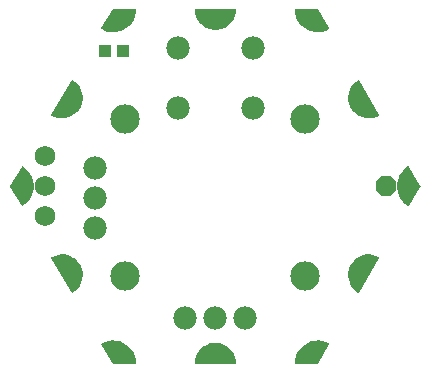
<source format=gbr>
G04 EAGLE Gerber RS-274X export*
G75*
%MOMM*%
%FSLAX34Y34*%
%LPD*%
%INSoldermask Top*%
%IPPOS*%
%AMOC8*
5,1,8,0,0,1.08239X$1,22.5*%
G01*
%ADD10R,1.003200X1.003200*%
%ADD11C,1.727200*%
%ADD12C,1.203200*%
%ADD13P,1.869504X8X22.500000*%
%ADD14C,1.981200*%
%ADD15C,2.489200*%

G36*
X17029Y-1268D02*
X17029Y-1268D01*
X17058Y-1271D01*
X17125Y-1249D01*
X17195Y-1235D01*
X17219Y-1218D01*
X17247Y-1209D01*
X17300Y-1162D01*
X17359Y-1122D01*
X17375Y-1098D01*
X17397Y-1078D01*
X17428Y-1014D01*
X17466Y-955D01*
X17471Y-926D01*
X17483Y-900D01*
X17492Y-800D01*
X17499Y-758D01*
X17496Y-748D01*
X17498Y-734D01*
X17266Y2064D01*
X17256Y2098D01*
X17252Y2146D01*
X16563Y4867D01*
X16548Y4899D01*
X16536Y4945D01*
X15408Y7517D01*
X15388Y7545D01*
X15369Y7589D01*
X13833Y9940D01*
X13809Y9964D01*
X13783Y10005D01*
X11881Y12070D01*
X11853Y12091D01*
X11820Y12126D01*
X9605Y13851D01*
X9574Y13866D01*
X9536Y13896D01*
X7066Y15232D01*
X7033Y15242D01*
X6991Y15265D01*
X5805Y15673D01*
X4351Y16172D01*
X4350Y16172D01*
X4335Y16177D01*
X4301Y16182D01*
X4255Y16197D01*
X1486Y16659D01*
X1451Y16658D01*
X1404Y16666D01*
X-1404Y16666D01*
X-1438Y16659D01*
X-1486Y16659D01*
X-4255Y16197D01*
X-4288Y16185D01*
X-4335Y16177D01*
X-6991Y15265D01*
X-7021Y15248D01*
X-7066Y15232D01*
X-9536Y13896D01*
X-9562Y13874D01*
X-9605Y13851D01*
X-11820Y12126D01*
X-11843Y12100D01*
X-11881Y12070D01*
X-13783Y10005D01*
X-13801Y9975D01*
X-13833Y9940D01*
X-15369Y7589D01*
X-15382Y7557D01*
X-15408Y7517D01*
X-16536Y4945D01*
X-16543Y4912D01*
X-16546Y4905D01*
X-16552Y4896D01*
X-16553Y4890D01*
X-16563Y4867D01*
X-17252Y2146D01*
X-17254Y2111D01*
X-17266Y2064D01*
X-17498Y-734D01*
X-17494Y-763D01*
X-17499Y-792D01*
X-17483Y-861D01*
X-17474Y-931D01*
X-17460Y-957D01*
X-17453Y-985D01*
X-17411Y-1042D01*
X-17376Y-1104D01*
X-17352Y-1122D01*
X-17335Y-1145D01*
X-17274Y-1181D01*
X-17217Y-1224D01*
X-17189Y-1232D01*
X-17164Y-1247D01*
X-17066Y-1263D01*
X-17025Y-1274D01*
X-17014Y-1272D01*
X-17000Y-1274D01*
X17000Y-1274D01*
X17029Y-1268D01*
G37*
G36*
X1438Y281791D02*
X1438Y281791D01*
X1486Y281791D01*
X4255Y282253D01*
X4288Y282265D01*
X4335Y282273D01*
X6991Y283185D01*
X7021Y283202D01*
X7066Y283218D01*
X9536Y284554D01*
X9562Y284576D01*
X9605Y284599D01*
X11820Y286324D01*
X11843Y286350D01*
X11881Y286380D01*
X13783Y288445D01*
X13801Y288475D01*
X13833Y288510D01*
X15369Y290861D01*
X15382Y290893D01*
X15408Y290933D01*
X16536Y293505D01*
X16543Y293538D01*
X16563Y293583D01*
X17252Y296304D01*
X17254Y296339D01*
X17266Y296386D01*
X17498Y299184D01*
X17494Y299213D01*
X17499Y299242D01*
X17483Y299311D01*
X17474Y299381D01*
X17460Y299407D01*
X17453Y299435D01*
X17411Y299492D01*
X17376Y299554D01*
X17352Y299572D01*
X17335Y299595D01*
X17274Y299631D01*
X17217Y299674D01*
X17189Y299682D01*
X17164Y299697D01*
X17066Y299713D01*
X17025Y299724D01*
X17014Y299722D01*
X17000Y299724D01*
X-17000Y299724D01*
X-17029Y299718D01*
X-17058Y299721D01*
X-17125Y299699D01*
X-17195Y299685D01*
X-17219Y299668D01*
X-17247Y299659D01*
X-17300Y299612D01*
X-17359Y299572D01*
X-17375Y299548D01*
X-17397Y299528D01*
X-17428Y299464D01*
X-17466Y299405D01*
X-17471Y299376D01*
X-17483Y299350D01*
X-17492Y299250D01*
X-17499Y299208D01*
X-17496Y299198D01*
X-17498Y299184D01*
X-17266Y296386D01*
X-17256Y296352D01*
X-17252Y296304D01*
X-16563Y293583D01*
X-16548Y293551D01*
X-16536Y293505D01*
X-15408Y290933D01*
X-15388Y290905D01*
X-15369Y290861D01*
X-13833Y288510D01*
X-13809Y288486D01*
X-13783Y288445D01*
X-11881Y286380D01*
X-11853Y286359D01*
X-11820Y286324D01*
X-9605Y284599D01*
X-9574Y284584D01*
X-9536Y284554D01*
X-7066Y283218D01*
X-7033Y283208D01*
X-6991Y283185D01*
X-4335Y282273D01*
X-4301Y282269D01*
X-4255Y282253D01*
X-1486Y281791D01*
X-1451Y281792D01*
X-1404Y281784D01*
X1404Y281784D01*
X1438Y281791D01*
G37*
G36*
X-121393Y59035D02*
X-121393Y59035D01*
X-121322Y59032D01*
X-121295Y59042D01*
X-121266Y59044D01*
X-121176Y59086D01*
X-121136Y59101D01*
X-121128Y59109D01*
X-121115Y59115D01*
X-118812Y60714D01*
X-118788Y60740D01*
X-118748Y60767D01*
X-116739Y62724D01*
X-116720Y62753D01*
X-116685Y62786D01*
X-115026Y65047D01*
X-115011Y65078D01*
X-114982Y65117D01*
X-113718Y67620D01*
X-113709Y67654D01*
X-113687Y67697D01*
X-112851Y70374D01*
X-112848Y70408D01*
X-112833Y70454D01*
X-112450Y73233D01*
X-112452Y73267D01*
X-112446Y73315D01*
X-112525Y76118D01*
X-112533Y76152D01*
X-112534Y76200D01*
X-113073Y78952D01*
X-113087Y78984D01*
X-113096Y79032D01*
X-114081Y81657D01*
X-114096Y81682D01*
X-114101Y81702D01*
X-114109Y81713D01*
X-114116Y81732D01*
X-115520Y84160D01*
X-115543Y84186D01*
X-115567Y84228D01*
X-117351Y86391D01*
X-117378Y86413D01*
X-117409Y86450D01*
X-119525Y88291D01*
X-119555Y88308D01*
X-119591Y88340D01*
X-121982Y89807D01*
X-122014Y89818D01*
X-122055Y89844D01*
X-124654Y90897D01*
X-124688Y90904D01*
X-124733Y90922D01*
X-127470Y91533D01*
X-127505Y91534D01*
X-127552Y91545D01*
X-130352Y91697D01*
X-130386Y91692D01*
X-130434Y91695D01*
X-133222Y91385D01*
X-133255Y91374D01*
X-133303Y91369D01*
X-136001Y90604D01*
X-136031Y90588D01*
X-136078Y90575D01*
X-138613Y89376D01*
X-138637Y89359D01*
X-138664Y89349D01*
X-138716Y89300D01*
X-138773Y89257D01*
X-138787Y89232D01*
X-138809Y89212D01*
X-138837Y89147D01*
X-138873Y89086D01*
X-138876Y89057D01*
X-138888Y89030D01*
X-138889Y88959D01*
X-138898Y88888D01*
X-138890Y88860D01*
X-138890Y88831D01*
X-138856Y88738D01*
X-138844Y88697D01*
X-138837Y88688D01*
X-138832Y88675D01*
X-121832Y59275D01*
X-121813Y59253D01*
X-121800Y59227D01*
X-121747Y59179D01*
X-121700Y59126D01*
X-121674Y59114D01*
X-121652Y59094D01*
X-121585Y59071D01*
X-121521Y59041D01*
X-121492Y59039D01*
X-121464Y59030D01*
X-121393Y59035D01*
G37*
G36*
X130386Y206758D02*
X130386Y206758D01*
X130434Y206755D01*
X133222Y207065D01*
X133255Y207076D01*
X133303Y207081D01*
X136001Y207846D01*
X136031Y207862D01*
X136078Y207875D01*
X138613Y209074D01*
X138637Y209091D01*
X138664Y209101D01*
X138716Y209150D01*
X138773Y209193D01*
X138787Y209218D01*
X138809Y209238D01*
X138837Y209303D01*
X138873Y209365D01*
X138876Y209393D01*
X138888Y209420D01*
X138889Y209491D01*
X138898Y209562D01*
X138890Y209590D01*
X138890Y209619D01*
X138856Y209712D01*
X138844Y209753D01*
X138837Y209762D01*
X138832Y209775D01*
X121832Y239175D01*
X121813Y239197D01*
X121800Y239223D01*
X121747Y239271D01*
X121700Y239324D01*
X121674Y239336D01*
X121652Y239356D01*
X121585Y239379D01*
X121521Y239409D01*
X121492Y239411D01*
X121464Y239420D01*
X121393Y239415D01*
X121322Y239418D01*
X121295Y239408D01*
X121266Y239406D01*
X121176Y239364D01*
X121136Y239349D01*
X121128Y239341D01*
X121115Y239335D01*
X118812Y237736D01*
X118788Y237711D01*
X118748Y237683D01*
X116739Y235726D01*
X116720Y235697D01*
X116685Y235664D01*
X115026Y233403D01*
X115011Y233372D01*
X114982Y233333D01*
X113718Y230830D01*
X113709Y230796D01*
X113687Y230753D01*
X112851Y228076D01*
X112848Y228042D01*
X112833Y227996D01*
X112450Y225217D01*
X112452Y225183D01*
X112446Y225135D01*
X112525Y222332D01*
X112533Y222298D01*
X112534Y222250D01*
X113073Y219498D01*
X113087Y219466D01*
X113096Y219418D01*
X114081Y216793D01*
X114099Y216763D01*
X114116Y216718D01*
X115520Y214290D01*
X115543Y214264D01*
X115567Y214223D01*
X117351Y212059D01*
X117378Y212037D01*
X117409Y212000D01*
X119525Y210159D01*
X119555Y210142D01*
X119591Y210111D01*
X121982Y208643D01*
X122014Y208632D01*
X122055Y208606D01*
X124654Y207553D01*
X124688Y207546D01*
X124733Y207528D01*
X127470Y206917D01*
X127505Y206916D01*
X127552Y206905D01*
X130352Y206753D01*
X130386Y206758D01*
G37*
G36*
X121426Y59036D02*
X121426Y59036D01*
X121497Y59035D01*
X121524Y59046D01*
X121553Y59050D01*
X121615Y59084D01*
X121680Y59112D01*
X121701Y59133D01*
X121726Y59147D01*
X121789Y59223D01*
X121819Y59254D01*
X121823Y59264D01*
X121832Y59275D01*
X138832Y88675D01*
X138841Y88703D01*
X138858Y88727D01*
X138873Y88796D01*
X138895Y88864D01*
X138893Y88893D01*
X138899Y88921D01*
X138886Y88991D01*
X138880Y89062D01*
X138867Y89088D01*
X138861Y89116D01*
X138821Y89175D01*
X138789Y89238D01*
X138766Y89257D01*
X138750Y89281D01*
X138668Y89338D01*
X138635Y89365D01*
X138625Y89368D01*
X138613Y89376D01*
X136078Y90575D01*
X136044Y90583D01*
X136001Y90604D01*
X133303Y91369D01*
X133268Y91371D01*
X133222Y91385D01*
X130434Y91695D01*
X130400Y91692D01*
X130352Y91697D01*
X127552Y91545D01*
X127518Y91536D01*
X127470Y91533D01*
X124733Y90922D01*
X124701Y90908D01*
X124654Y90897D01*
X122055Y89844D01*
X122026Y89825D01*
X121982Y89807D01*
X119591Y88340D01*
X119566Y88316D01*
X119525Y88291D01*
X117409Y86450D01*
X117388Y86423D01*
X117351Y86391D01*
X115567Y84228D01*
X115551Y84197D01*
X115520Y84160D01*
X114116Y81732D01*
X114105Y81699D01*
X114098Y81686D01*
X114088Y81672D01*
X114088Y81669D01*
X114081Y81657D01*
X113096Y79032D01*
X113090Y78997D01*
X113073Y78952D01*
X112534Y76200D01*
X112534Y76166D01*
X112525Y76118D01*
X112446Y73315D01*
X112452Y73281D01*
X112450Y73233D01*
X112833Y70454D01*
X112845Y70422D01*
X112851Y70374D01*
X113687Y67697D01*
X113704Y67666D01*
X113718Y67620D01*
X114982Y65117D01*
X115004Y65090D01*
X115026Y65047D01*
X116685Y62786D01*
X116711Y62763D01*
X116739Y62724D01*
X118748Y60767D01*
X118777Y60748D01*
X118812Y60714D01*
X121115Y59115D01*
X121142Y59103D01*
X121165Y59085D01*
X121233Y59064D01*
X121298Y59036D01*
X121327Y59036D01*
X121355Y59028D01*
X121426Y59036D01*
G37*
G36*
X-127552Y206905D02*
X-127552Y206905D01*
X-127518Y206914D01*
X-127470Y206917D01*
X-124733Y207528D01*
X-124701Y207542D01*
X-124654Y207553D01*
X-122055Y208606D01*
X-122026Y208625D01*
X-121982Y208643D01*
X-119591Y210111D01*
X-119566Y210134D01*
X-119525Y210159D01*
X-117409Y212000D01*
X-117388Y212027D01*
X-117351Y212059D01*
X-115567Y214223D01*
X-115551Y214253D01*
X-115520Y214290D01*
X-114116Y216718D01*
X-114105Y216751D01*
X-114081Y216793D01*
X-113096Y219418D01*
X-113090Y219453D01*
X-113073Y219498D01*
X-112534Y222250D01*
X-112534Y222285D01*
X-112525Y222332D01*
X-112446Y225135D01*
X-112452Y225169D01*
X-112450Y225217D01*
X-112833Y227996D01*
X-112845Y228028D01*
X-112851Y228076D01*
X-113687Y230753D01*
X-113704Y230784D01*
X-113718Y230830D01*
X-114982Y233333D01*
X-115004Y233360D01*
X-115026Y233403D01*
X-116685Y235664D01*
X-116711Y235687D01*
X-116739Y235726D01*
X-118748Y237683D01*
X-118777Y237702D01*
X-118812Y237736D01*
X-121115Y239335D01*
X-121142Y239347D01*
X-121165Y239365D01*
X-121233Y239386D01*
X-121298Y239414D01*
X-121327Y239414D01*
X-121355Y239422D01*
X-121426Y239414D01*
X-121497Y239415D01*
X-121524Y239404D01*
X-121553Y239400D01*
X-121615Y239366D01*
X-121680Y239338D01*
X-121701Y239317D01*
X-121726Y239303D01*
X-121789Y239227D01*
X-121819Y239196D01*
X-121823Y239186D01*
X-121832Y239175D01*
X-138832Y209775D01*
X-138841Y209747D01*
X-138858Y209723D01*
X-138873Y209654D01*
X-138895Y209586D01*
X-138893Y209557D01*
X-138899Y209529D01*
X-138886Y209459D01*
X-138880Y209388D01*
X-138867Y209362D01*
X-138861Y209334D01*
X-138821Y209275D01*
X-138789Y209212D01*
X-138766Y209193D01*
X-138750Y209169D01*
X-138668Y209112D01*
X-138635Y209085D01*
X-138625Y209082D01*
X-138613Y209074D01*
X-136078Y207875D01*
X-136044Y207867D01*
X-136001Y207846D01*
X-133303Y207081D01*
X-133268Y207079D01*
X-133222Y207065D01*
X-130434Y206755D01*
X-130400Y206758D01*
X-130352Y206753D01*
X-127552Y206905D01*
G37*
G36*
X163727Y132236D02*
X163727Y132236D01*
X163798Y132236D01*
X163825Y132247D01*
X163854Y132250D01*
X163916Y132285D01*
X163981Y132313D01*
X164002Y132333D01*
X164027Y132348D01*
X164090Y132425D01*
X164120Y132455D01*
X164124Y132465D01*
X164133Y132476D01*
X173633Y148976D01*
X173643Y149008D01*
X173652Y149021D01*
X173656Y149045D01*
X173657Y149049D01*
X173688Y149119D01*
X173688Y149143D01*
X173696Y149165D01*
X173690Y149241D01*
X173691Y149318D01*
X173681Y149342D01*
X173680Y149363D01*
X173659Y149402D01*
X173633Y149474D01*
X164133Y165974D01*
X164114Y165996D01*
X164101Y166022D01*
X164048Y166070D01*
X164001Y166123D01*
X163975Y166136D01*
X163954Y166155D01*
X163886Y166178D01*
X163822Y166209D01*
X163793Y166211D01*
X163766Y166220D01*
X163694Y166215D01*
X163623Y166218D01*
X163596Y166208D01*
X163567Y166206D01*
X163477Y166164D01*
X163437Y166149D01*
X163429Y166142D01*
X163416Y166136D01*
X160893Y164394D01*
X160869Y164370D01*
X160831Y164343D01*
X158619Y162219D01*
X158600Y162191D01*
X158566Y162159D01*
X156724Y159708D01*
X156710Y159677D01*
X156681Y159640D01*
X155256Y156925D01*
X155247Y156894D01*
X155231Y156869D01*
X155230Y156861D01*
X155225Y156851D01*
X154254Y153943D01*
X154250Y153909D01*
X154235Y153865D01*
X153743Y150838D01*
X153744Y150804D01*
X153736Y150758D01*
X153736Y147692D01*
X153737Y147688D01*
X153737Y147686D01*
X153743Y147659D01*
X153743Y147612D01*
X154235Y144585D01*
X154247Y144554D01*
X154254Y144507D01*
X155225Y141599D01*
X155242Y141570D01*
X155256Y141525D01*
X156681Y138810D01*
X156703Y138784D01*
X156724Y138742D01*
X158566Y136291D01*
X158591Y136268D01*
X158619Y136231D01*
X160831Y134107D01*
X160859Y134089D01*
X160893Y134056D01*
X163416Y132314D01*
X163443Y132303D01*
X163465Y132284D01*
X163534Y132264D01*
X163599Y132236D01*
X163628Y132236D01*
X163656Y132228D01*
X163727Y132236D01*
G37*
G36*
X-163694Y132235D02*
X-163694Y132235D01*
X-163623Y132232D01*
X-163596Y132242D01*
X-163567Y132244D01*
X-163477Y132286D01*
X-163437Y132301D01*
X-163429Y132308D01*
X-163416Y132314D01*
X-160893Y134056D01*
X-160869Y134080D01*
X-160831Y134107D01*
X-158619Y136231D01*
X-158600Y136259D01*
X-158566Y136291D01*
X-156724Y138742D01*
X-156710Y138773D01*
X-156681Y138810D01*
X-155256Y141525D01*
X-155247Y141558D01*
X-155225Y141599D01*
X-154254Y144507D01*
X-154250Y144541D01*
X-154235Y144585D01*
X-153743Y147612D01*
X-153744Y147646D01*
X-153736Y147692D01*
X-153736Y150758D01*
X-153743Y150791D01*
X-153743Y150838D01*
X-154235Y153865D01*
X-154247Y153896D01*
X-154254Y153943D01*
X-155225Y156851D01*
X-155238Y156874D01*
X-155244Y156899D01*
X-155251Y156908D01*
X-155256Y156925D01*
X-156681Y159640D01*
X-156703Y159666D01*
X-156724Y159708D01*
X-158566Y162159D01*
X-158591Y162182D01*
X-158619Y162219D01*
X-160831Y164343D01*
X-160859Y164361D01*
X-160893Y164394D01*
X-163416Y166136D01*
X-163443Y166147D01*
X-163465Y166166D01*
X-163534Y166186D01*
X-163599Y166214D01*
X-163628Y166214D01*
X-163656Y166222D01*
X-163727Y166214D01*
X-163798Y166215D01*
X-163825Y166203D01*
X-163854Y166200D01*
X-163916Y166165D01*
X-163981Y166137D01*
X-164002Y166117D01*
X-164027Y166102D01*
X-164090Y166025D01*
X-164120Y165995D01*
X-164124Y165985D01*
X-164133Y165974D01*
X-173633Y149474D01*
X-173657Y149401D01*
X-173688Y149331D01*
X-173688Y149307D01*
X-173696Y149285D01*
X-173690Y149209D01*
X-173691Y149132D01*
X-173681Y149108D01*
X-173680Y149087D01*
X-173659Y149048D01*
X-173640Y148996D01*
X-173639Y148990D01*
X-173637Y148988D01*
X-173633Y148976D01*
X-164133Y132476D01*
X-164114Y132454D01*
X-164101Y132428D01*
X-164048Y132380D01*
X-164001Y132327D01*
X-163975Y132314D01*
X-163954Y132295D01*
X-163886Y132272D01*
X-163822Y132241D01*
X-163793Y132240D01*
X-163766Y132230D01*
X-163694Y132235D01*
G37*
G36*
X86676Y-1259D02*
X86676Y-1259D01*
X86754Y-1250D01*
X86773Y-1239D01*
X86795Y-1235D01*
X86859Y-1191D01*
X86927Y-1152D01*
X86943Y-1133D01*
X86959Y-1122D01*
X86983Y-1084D01*
X87033Y-1024D01*
X96533Y15476D01*
X96542Y15503D01*
X96558Y15527D01*
X96573Y15597D01*
X96596Y15665D01*
X96593Y15693D01*
X96599Y15721D01*
X96586Y15792D01*
X96580Y15863D01*
X96567Y15888D01*
X96561Y15916D01*
X96521Y15976D01*
X96488Y16039D01*
X96466Y16057D01*
X96450Y16081D01*
X96367Y16139D01*
X96335Y16166D01*
X96324Y16169D01*
X96314Y16176D01*
X93548Y17485D01*
X93515Y17493D01*
X93472Y17513D01*
X90532Y18361D01*
X90498Y18364D01*
X90454Y18377D01*
X87416Y18742D01*
X87382Y18739D01*
X87335Y18745D01*
X84278Y18618D01*
X84245Y18610D01*
X84198Y18609D01*
X81201Y17993D01*
X81170Y17980D01*
X81124Y17971D01*
X78264Y16882D01*
X78236Y16864D01*
X78192Y16848D01*
X75544Y15314D01*
X75518Y15292D01*
X75478Y15269D01*
X73110Y13331D01*
X73088Y13304D01*
X73052Y13275D01*
X71025Y10982D01*
X71009Y10953D01*
X70977Y10918D01*
X69345Y8330D01*
X69333Y8298D01*
X69308Y8259D01*
X68112Y5442D01*
X68105Y5409D01*
X68102Y5402D01*
X68098Y5396D01*
X68097Y5390D01*
X68086Y5366D01*
X67358Y2394D01*
X67356Y2360D01*
X67345Y2315D01*
X67102Y-735D01*
X67106Y-764D01*
X67101Y-792D01*
X67118Y-861D01*
X67126Y-933D01*
X67141Y-957D01*
X67147Y-985D01*
X67190Y-1043D01*
X67226Y-1105D01*
X67248Y-1122D01*
X67265Y-1145D01*
X67327Y-1182D01*
X67384Y-1225D01*
X67412Y-1232D01*
X67436Y-1247D01*
X67536Y-1263D01*
X67577Y-1274D01*
X67587Y-1272D01*
X67600Y-1274D01*
X86600Y-1274D01*
X86676Y-1259D01*
G37*
G36*
X-67572Y-1269D02*
X-67572Y-1269D01*
X-67544Y-1271D01*
X-67476Y-1249D01*
X-67405Y-1235D01*
X-67382Y-1219D01*
X-67355Y-1210D01*
X-67300Y-1163D01*
X-67241Y-1122D01*
X-67226Y-1098D01*
X-67205Y-1080D01*
X-67173Y-1015D01*
X-67134Y-955D01*
X-67129Y-927D01*
X-67117Y-901D01*
X-67108Y-799D01*
X-67101Y-758D01*
X-67103Y-748D01*
X-67102Y-735D01*
X-67345Y2315D01*
X-67354Y2347D01*
X-67358Y2394D01*
X-68086Y5366D01*
X-68101Y5397D01*
X-68112Y5442D01*
X-69308Y8259D01*
X-69327Y8287D01*
X-69345Y8330D01*
X-70977Y10918D01*
X-71001Y10942D01*
X-71025Y10982D01*
X-73052Y13275D01*
X-73079Y13295D01*
X-73110Y13331D01*
X-75478Y15269D01*
X-75508Y15285D01*
X-75544Y15314D01*
X-78192Y16848D01*
X-78224Y16858D01*
X-78264Y16882D01*
X-81124Y17971D01*
X-81157Y17976D01*
X-81201Y17993D01*
X-84198Y18609D01*
X-84232Y18609D01*
X-84278Y18618D01*
X-87335Y18745D01*
X-87369Y18740D01*
X-87416Y18742D01*
X-90454Y18377D01*
X-90486Y18366D01*
X-90532Y18361D01*
X-93472Y17513D01*
X-93502Y17497D01*
X-93548Y17485D01*
X-96314Y16176D01*
X-96336Y16159D01*
X-96363Y16149D01*
X-96415Y16100D01*
X-96473Y16057D01*
X-96487Y16032D01*
X-96508Y16013D01*
X-96537Y15947D01*
X-96573Y15885D01*
X-96576Y15857D01*
X-96588Y15831D01*
X-96589Y15759D01*
X-96598Y15688D01*
X-96590Y15661D01*
X-96591Y15632D01*
X-96555Y15537D01*
X-96544Y15497D01*
X-96537Y15488D01*
X-96533Y15476D01*
X-87033Y-1024D01*
X-86981Y-1082D01*
X-86935Y-1145D01*
X-86916Y-1156D01*
X-86901Y-1173D01*
X-86831Y-1207D01*
X-86764Y-1247D01*
X-86740Y-1251D01*
X-86722Y-1259D01*
X-86677Y-1261D01*
X-86600Y-1274D01*
X-67600Y-1274D01*
X-67572Y-1269D01*
G37*
G36*
X87369Y279710D02*
X87369Y279710D01*
X87416Y279708D01*
X90454Y280073D01*
X90486Y280084D01*
X90532Y280089D01*
X93472Y280937D01*
X93502Y280953D01*
X93548Y280965D01*
X96314Y282274D01*
X96336Y282291D01*
X96363Y282301D01*
X96415Y282350D01*
X96473Y282393D01*
X96487Y282418D01*
X96508Y282437D01*
X96537Y282503D01*
X96573Y282565D01*
X96576Y282593D01*
X96588Y282619D01*
X96589Y282691D01*
X96598Y282762D01*
X96590Y282789D01*
X96591Y282818D01*
X96555Y282913D01*
X96544Y282953D01*
X96537Y282962D01*
X96533Y282974D01*
X87033Y299474D01*
X86981Y299533D01*
X86935Y299595D01*
X86916Y299606D01*
X86901Y299623D01*
X86831Y299657D01*
X86764Y299697D01*
X86740Y299701D01*
X86722Y299709D01*
X86677Y299711D01*
X86600Y299724D01*
X67600Y299724D01*
X67572Y299719D01*
X67544Y299721D01*
X67476Y299699D01*
X67405Y299685D01*
X67382Y299669D01*
X67355Y299660D01*
X67300Y299613D01*
X67241Y299572D01*
X67226Y299548D01*
X67205Y299530D01*
X67173Y299465D01*
X67134Y299405D01*
X67129Y299377D01*
X67117Y299351D01*
X67108Y299250D01*
X67101Y299208D01*
X67103Y299198D01*
X67102Y299185D01*
X67345Y296135D01*
X67354Y296103D01*
X67358Y296056D01*
X68086Y293084D01*
X68101Y293053D01*
X68112Y293008D01*
X69308Y290191D01*
X69327Y290163D01*
X69345Y290120D01*
X70977Y287532D01*
X71001Y287508D01*
X71025Y287468D01*
X73052Y285175D01*
X73079Y285155D01*
X73110Y285119D01*
X75478Y283181D01*
X75508Y283165D01*
X75544Y283136D01*
X78192Y281603D01*
X78224Y281592D01*
X78264Y281568D01*
X81124Y280480D01*
X81157Y280474D01*
X81201Y280457D01*
X84198Y279841D01*
X84232Y279841D01*
X84278Y279832D01*
X87335Y279705D01*
X87369Y279710D01*
G37*
G36*
X-84278Y279832D02*
X-84278Y279832D01*
X-84245Y279840D01*
X-84198Y279841D01*
X-81201Y280457D01*
X-81170Y280470D01*
X-81124Y280480D01*
X-78264Y281568D01*
X-78236Y281586D01*
X-78192Y281603D01*
X-75544Y283136D01*
X-75518Y283158D01*
X-75478Y283181D01*
X-73110Y285119D01*
X-73088Y285146D01*
X-73052Y285175D01*
X-71025Y287468D01*
X-71009Y287497D01*
X-70977Y287532D01*
X-69345Y290120D01*
X-69333Y290152D01*
X-69308Y290191D01*
X-68112Y293008D01*
X-68105Y293041D01*
X-68086Y293084D01*
X-67358Y296056D01*
X-67356Y296090D01*
X-67345Y296135D01*
X-67102Y299185D01*
X-67106Y299214D01*
X-67101Y299242D01*
X-67118Y299311D01*
X-67126Y299383D01*
X-67141Y299407D01*
X-67147Y299435D01*
X-67190Y299493D01*
X-67226Y299555D01*
X-67248Y299572D01*
X-67265Y299595D01*
X-67327Y299632D01*
X-67384Y299675D01*
X-67412Y299682D01*
X-67436Y299697D01*
X-67536Y299713D01*
X-67577Y299724D01*
X-67587Y299722D01*
X-67600Y299724D01*
X-86600Y299724D01*
X-86676Y299709D01*
X-86754Y299700D01*
X-86773Y299689D01*
X-86795Y299685D01*
X-86859Y299641D01*
X-86927Y299602D01*
X-86943Y299583D01*
X-86959Y299572D01*
X-86983Y299534D01*
X-87033Y299474D01*
X-96533Y282974D01*
X-96542Y282947D01*
X-96558Y282923D01*
X-96573Y282853D01*
X-96596Y282785D01*
X-96593Y282757D01*
X-96599Y282729D01*
X-96586Y282659D01*
X-96580Y282587D01*
X-96567Y282562D01*
X-96561Y282534D01*
X-96521Y282474D01*
X-96488Y282411D01*
X-96466Y282393D01*
X-96450Y282369D01*
X-96367Y282311D01*
X-96335Y282284D01*
X-96324Y282281D01*
X-96314Y282274D01*
X-93548Y280965D01*
X-93515Y280957D01*
X-93472Y280937D01*
X-90532Y280089D01*
X-90498Y280086D01*
X-90454Y280073D01*
X-87416Y279708D01*
X-87382Y279711D01*
X-87335Y279705D01*
X-84278Y279832D01*
G37*
D10*
X-78225Y263525D03*
X-93225Y263525D03*
D11*
X-144463Y174625D03*
X-144463Y149225D03*
X-144463Y123825D03*
D12*
X82600Y292325D03*
X165200Y149225D03*
X82600Y6125D03*
X-82600Y6125D03*
X-165200Y149225D03*
X-82600Y292325D03*
X123900Y220725D03*
X123900Y77725D03*
X0Y6125D03*
X-123900Y77725D03*
X-123900Y220725D03*
X0Y292325D03*
D13*
X144463Y149225D03*
D14*
X-31750Y266700D03*
X31750Y266700D03*
X-31750Y215900D03*
X31750Y215900D03*
X-25400Y38100D03*
X0Y38100D03*
X25400Y38100D03*
D15*
X-76200Y206375D03*
X-76200Y73025D03*
X76200Y73025D03*
X76200Y206375D03*
D14*
X-101600Y165100D03*
X-101600Y139700D03*
X-101600Y114300D03*
M02*

</source>
